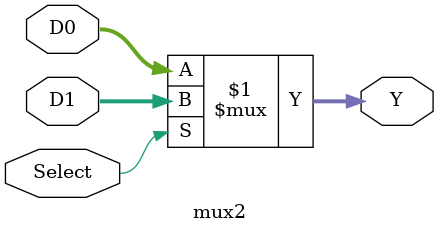
<source format=v>
`timescale 1ns / 1ps

module mux2 #(parameter WIDTH = 8)(
    input [WIDTH-1:0] D0,
	 input [WIDTH-1:0] D1,
    output [WIDTH-1:0] Y,
    input   Select
    );
	assign Y =Select?D1:D0;
endmodule

</source>
